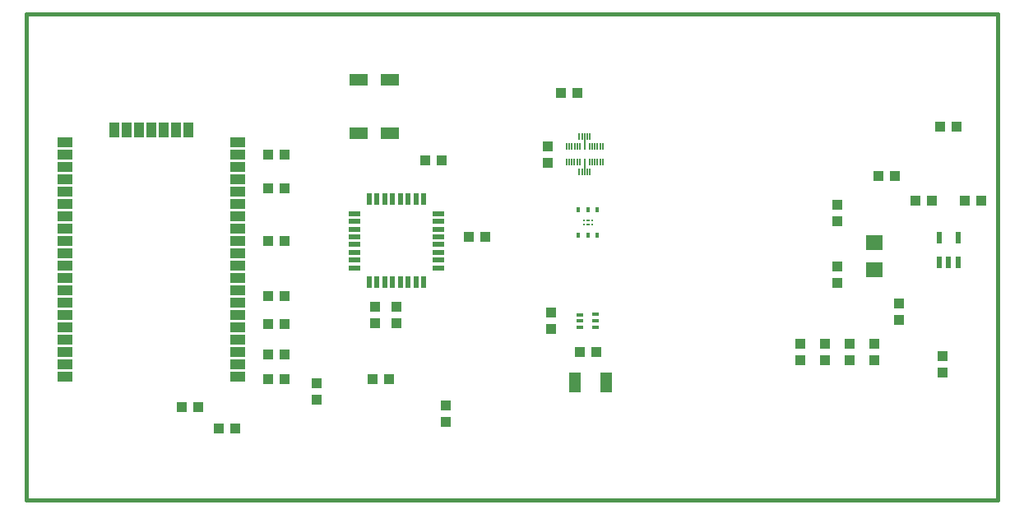
<source format=gtp>
G75*
%MOIN*%
%OFA0B0*%
%FSLAX25Y25*%
%IPPOS*%
%LPD*%
%AMOC8*
5,1,8,0,0,1.08239X$1,22.5*
%
%ADD10C,0.01600*%
%ADD11R,0.04331X0.03937*%
%ADD12R,0.03937X0.04331*%
%ADD13R,0.02200X0.05000*%
%ADD14R,0.05000X0.02200*%
%ADD15R,0.07480X0.05118*%
%ADD16R,0.06000X0.04000*%
%ADD17R,0.04000X0.06000*%
%ADD18R,0.01121X0.02756*%
%ADD19R,0.02700X0.01300*%
%ADD20R,0.04724X0.07874*%
%ADD21R,0.01575X0.02362*%
%ADD22R,0.00984X0.00984*%
%ADD23R,0.01181X0.00984*%
%ADD24R,0.02362X0.04724*%
%ADD25R,0.07087X0.06299*%
D10*
X0001800Y0001800D02*
X0395501Y0001800D01*
X0395501Y0198650D01*
X0001800Y0198650D01*
X0001800Y0001800D01*
D11*
X0079704Y0030550D03*
X0086396Y0030550D03*
X0119300Y0042204D03*
X0119300Y0048896D03*
X0171800Y0040146D03*
X0171800Y0033454D03*
X0225954Y0061800D03*
X0232646Y0061800D03*
X0315550Y0058454D03*
X0315550Y0065146D03*
X0325550Y0065146D03*
X0335550Y0065146D03*
X0335550Y0058454D03*
X0325550Y0058454D03*
X0345550Y0058454D03*
X0345550Y0065146D03*
X0355550Y0074704D03*
X0355550Y0081396D03*
X0330550Y0114704D03*
X0330550Y0121396D03*
X0362204Y0123050D03*
X0368896Y0123050D03*
X0382204Y0123050D03*
X0388896Y0123050D03*
X0213050Y0138454D03*
X0213050Y0145146D03*
X0170146Y0139300D03*
X0163454Y0139300D03*
X0106396Y0106800D03*
X0099704Y0106800D03*
D12*
X0099704Y0128050D03*
X0106396Y0128050D03*
X0106396Y0141800D03*
X0099704Y0141800D03*
X0180954Y0108375D03*
X0187646Y0108375D03*
X0151800Y0080146D03*
X0143050Y0080146D03*
X0143050Y0073454D03*
X0151800Y0073454D03*
X0148896Y0050550D03*
X0142204Y0050550D03*
X0106396Y0050550D03*
X0099704Y0050550D03*
X0099704Y0060550D03*
X0106396Y0060550D03*
X0106396Y0073050D03*
X0099704Y0073050D03*
X0099704Y0084300D03*
X0106396Y0084300D03*
X0071396Y0039300D03*
X0064704Y0039300D03*
X0214300Y0070954D03*
X0214300Y0077646D03*
X0330550Y0089704D03*
X0330550Y0096396D03*
X0347204Y0133050D03*
X0353896Y0133050D03*
X0372204Y0153050D03*
X0378896Y0153050D03*
X0225146Y0166800D03*
X0218454Y0166800D03*
X0373050Y0060146D03*
X0373050Y0053454D03*
D13*
X0162824Y0089900D03*
X0159674Y0089900D03*
X0156524Y0089900D03*
X0153375Y0089900D03*
X0150225Y0089900D03*
X0147076Y0089900D03*
X0143926Y0089900D03*
X0140776Y0089900D03*
X0140776Y0123700D03*
X0143926Y0123700D03*
X0147076Y0123700D03*
X0150225Y0123700D03*
X0153375Y0123700D03*
X0156524Y0123700D03*
X0159674Y0123700D03*
X0162824Y0123700D03*
D14*
X0168700Y0117824D03*
X0168700Y0114674D03*
X0168700Y0111524D03*
X0168700Y0108375D03*
X0168700Y0105225D03*
X0168700Y0102076D03*
X0168700Y0098926D03*
X0168700Y0095776D03*
X0134900Y0095776D03*
X0134900Y0098926D03*
X0134900Y0102076D03*
X0134900Y0105225D03*
X0134900Y0108375D03*
X0134900Y0111524D03*
X0134900Y0114674D03*
X0134900Y0117824D03*
D15*
X0136426Y0150225D03*
X0149024Y0150225D03*
X0149024Y0171879D03*
X0136426Y0171879D03*
D16*
X0087341Y0146869D03*
X0087341Y0141869D03*
X0087341Y0136869D03*
X0087341Y0131869D03*
X0087341Y0126869D03*
X0087341Y0121869D03*
X0087341Y0116869D03*
X0087341Y0111869D03*
X0087341Y0106869D03*
X0087341Y0101869D03*
X0087341Y0096869D03*
X0087341Y0091869D03*
X0087341Y0086869D03*
X0087341Y0081869D03*
X0087341Y0076869D03*
X0087341Y0071869D03*
X0087341Y0066869D03*
X0087341Y0061869D03*
X0087341Y0056869D03*
X0087341Y0051869D03*
X0017341Y0051869D03*
X0017341Y0056869D03*
X0017341Y0061869D03*
X0017341Y0066869D03*
X0017341Y0071869D03*
X0017341Y0076869D03*
X0017341Y0081869D03*
X0017341Y0086869D03*
X0017341Y0091869D03*
X0017341Y0096869D03*
X0017341Y0101869D03*
X0017341Y0106869D03*
X0017341Y0111869D03*
X0017341Y0116869D03*
X0017341Y0121869D03*
X0017341Y0126869D03*
X0017341Y0131869D03*
X0017341Y0136869D03*
X0017341Y0141869D03*
X0017341Y0146869D03*
D17*
X0037341Y0151869D03*
X0042341Y0151869D03*
X0047341Y0151869D03*
X0052341Y0151869D03*
X0057341Y0151869D03*
X0062341Y0151869D03*
X0067341Y0151869D03*
D18*
X0220728Y0145035D03*
X0221802Y0145035D03*
X0222886Y0145035D03*
X0223952Y0145033D03*
X0225023Y0145033D03*
X0226081Y0145048D03*
X0228050Y0145048D03*
X0230019Y0145048D03*
X0231067Y0145043D03*
X0232142Y0145043D03*
X0233226Y0145043D03*
X0234291Y0145040D03*
X0235362Y0145040D03*
X0228052Y0147245D03*
X0228052Y0148876D03*
X0229117Y0148874D03*
X0230189Y0148874D03*
X0226968Y0148876D03*
X0225893Y0148876D03*
X0226081Y0138552D03*
X0225012Y0138551D03*
X0223940Y0138551D03*
X0222875Y0138553D03*
X0221791Y0138553D03*
X0220717Y0138553D03*
X0225893Y0134721D03*
X0226968Y0134721D03*
X0228052Y0134721D03*
X0229117Y0134719D03*
X0230189Y0134719D03*
X0228050Y0136596D03*
X0228050Y0138552D03*
X0230019Y0138552D03*
X0231107Y0138552D03*
X0232182Y0138552D03*
X0233266Y0138552D03*
X0234331Y0138550D03*
X0235403Y0138550D03*
D19*
X0232530Y0076879D03*
X0232530Y0074307D03*
X0232548Y0071757D03*
X0226072Y0071757D03*
X0226072Y0074300D03*
X0226071Y0076843D03*
D20*
X0224251Y0049300D03*
X0236849Y0049300D03*
D21*
X0233237Y0109182D03*
X0229300Y0109182D03*
X0225363Y0109182D03*
X0225363Y0119418D03*
X0229300Y0119418D03*
X0233237Y0119418D03*
D22*
X0230973Y0115186D03*
X0230973Y0113414D03*
X0227627Y0113414D03*
X0227627Y0115186D03*
D23*
X0229300Y0115186D03*
X0229300Y0113414D03*
D24*
X0371810Y0108192D03*
X0379290Y0108192D03*
X0379290Y0097908D03*
X0375550Y0097908D03*
X0371810Y0097908D03*
D25*
X0345550Y0095038D03*
X0345550Y0106062D03*
M02*

</source>
